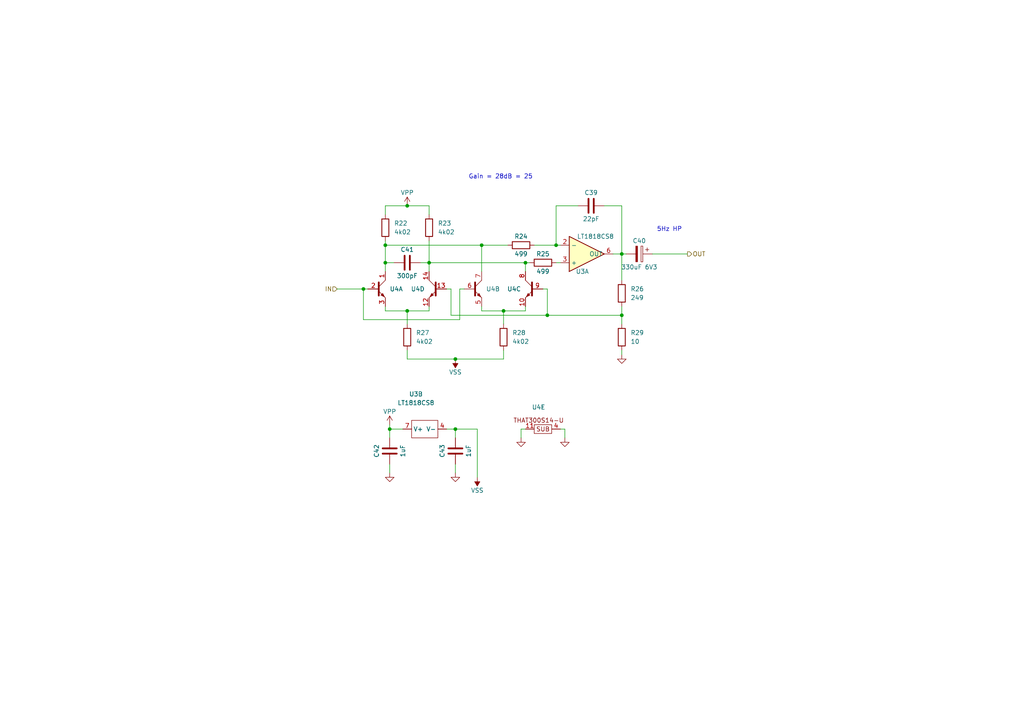
<source format=kicad_sch>
(kicad_sch (version 20230121) (generator eeschema)
  (paper "A4")
  (title_block (title "LNA_1MHz") (date "2024-02-08") (rev "V0") (comment 1 "Design based on Linear Technology AN-159") (comment 4 "Low Noise Amplifier 10Hz to 1MHz"))
  (lib_symbols
    (symbol "Device:C" (pin_numbers hide) (pin_names (offset 0.254))
      (property "Reference" "C" (at 0.635 2.54 0))
      (property "Value" "C" (at 0.635 -2.54 0))
      (symbol "C_0_1"
        (polyline (pts (xy -2.032 -0.762) (xy 2.032 -0.762)) (stroke (width 0.508)))
        (polyline (pts (xy -2.032 0.762) (xy 2.032 0.762)) (stroke (width 0.508)))
      )
      (symbol "C_1_1"
        (pin passive line (at 0 3.81 270) (length 2.794) (name "~") (number "1"))
        (pin passive line (at 0 -3.81 90) (length 2.794) (name "~") (number "2"))
      )
    )
    (symbol "Device:C_Polarized" (pin_numbers hide) (pin_names (offset 0.254))
      (property "Reference" "C" (at 0.635 2.54 0))
      (property "Value" "C_Polarized" (at 0.635 -2.54 0))
      (symbol "C_Polarized_0_1"
        (rectangle (start -2.286 0.508) (end 2.286 1.016))
        (polyline (pts (xy -1.778 2.286) (xy -0.762 2.286)))
        (polyline (pts (xy -1.27 2.794) (xy -1.27 1.778)))
        (rectangle (start 2.286 -0.508) (end -2.286 -1.016) (fill (type outline)))
      )
      (symbol "C_Polarized_1_1"
        (pin passive line (at 0 3.81 270) (length 2.794) (name "~") (number "1"))
        (pin passive line (at 0 -3.81 90) (length 2.794) (name "~") (number "2"))
      )
    )
    (symbol "Device:R" (pin_numbers hide) (pin_names (offset 0))
      (property "Reference" "R" (at 2.032 0 90))
      (property "Value" "R" (at 0 0 90))
      (symbol "R_0_1"
        (rectangle (start -1.016 -2.54) (end 1.016 2.54) (stroke (width 0.254)))
      )
      (symbol "R_1_1"
        (pin passive line (at 0 3.81 270) (length 1.27) (name "~") (number "1"))
        (pin passive line (at 0 -3.81 90) (length 1.27) (name "~") (number "2"))
      )
    )
    (symbol "User_symbol:LT1818CS8"
      (property "Reference" "U" (at 1.27 3.81 0))
      (property "Value" "LT1818CS8" (at 5.08 -3.81 0))
      (symbol "LT1818CS8_1_0"
        (pin output line (at 8.89 0 180) (length 2.54) (name "OUT") (number "6"))
      )
      (symbol "LT1818CS8_1_1"
        (polyline (pts (xy -3.81 5.08) (xy 6.35 0) (xy -3.81 -5.08) (xy -3.81 5.08)) (stroke (width 0.254)) (fill (type background)))
        (pin input line (at -6.35 -2.54 0) (length 2.54) (name "-") (number "2"))
        (pin input line (at -6.35 2.54 0) (length 2.54) (name "+") (number "3"))
      )
      (symbol "LT1818CS8_2_0"
        (pin input line (at 10.16 0 180) (length 2.54) (name "V-") (number "4"))
        (pin input line (at -2.54 0 0) (length 2.54) (name "V+") (number "7"))
      )
      (symbol "LT1818CS8_2_1"
        (rectangle (start 0 2.54) (end 7.62 -2.54))
      )
    )
    (symbol "User_symbol:THAT300S14-U" (pin_names hide) (in_bom no) (on_board no)
      (property "Reference" "U" (at 1.27 0 0))
      (symbol "THAT300S14-U_1_1"
        (polyline (pts (xy -1.905 0.635) (xy 0 2.54)))
        (polyline (pts (xy -1.905 -0.635) (xy 0 -2.54) (xy 0 -2.54)))
        (polyline (pts (xy -1.905 1.905) (xy -1.905 -1.905) (xy -1.905 -1.905)) (stroke (width 0.508)))
        (polyline (pts (xy -1.27 -1.778) (xy -0.762 -1.27) (xy -0.254 -2.286) (xy -1.27 -1.778) (xy -1.27 -1.778)) (fill (type outline)))
        (pin passive line (at 0 5.08 270) (length 2.54) (name "C") (number "1"))
        (pin passive line (at -5.08 0 0) (length 3.175) (name "B") (number "2"))
        (pin passive line (at 0 -5.08 90) (length 2.54) (name "E") (number "3"))
      )
      (symbol "THAT300S14-U_2_0"
        (pin passive line (at 0 -5.08 90) (length 2.54) (name "E") (number "5"))
        (pin passive line (at -5.08 0 0) (length 3.175) (name "B") (number "6"))
        (pin passive line (at 0 5.08 270) (length 2.54) (name "C") (number "7"))
      )
      (symbol "THAT300S14-U_2_1"
        (polyline (pts (xy -1.905 0.635) (xy 0 2.54)))
        (polyline (pts (xy -1.905 -0.635) (xy 0 -2.54) (xy 0 -2.54)))
        (polyline (pts (xy -1.905 1.905) (xy -1.905 -1.905) (xy -1.905 -1.905)) (stroke (width 0.508)))
        (polyline (pts (xy -1.27 -1.778) (xy -0.762 -1.27) (xy -0.254 -2.286) (xy -1.27 -1.778) (xy -1.27 -1.778)) (fill (type outline)))
      )
      (symbol "THAT300S14-U_3_0"
        (pin passive line (at 0 -5.08 90) (length 2.54) (name "E") (number "10"))
        (pin passive line (at 0 5.08 270) (length 2.54) (name "C") (number "8"))
        (pin passive line (at -5.08 0 0) (length 3.175) (name "B") (number "9"))
      )
      (symbol "THAT300S14-U_3_1"
        (polyline (pts (xy -1.905 0.635) (xy 0 2.54)))
        (polyline (pts (xy -1.905 -0.635) (xy 0 -2.54) (xy 0 -2.54)))
        (polyline (pts (xy -1.905 1.905) (xy -1.905 -1.905) (xy -1.905 -1.905)) (stroke (width 0.508)))
        (polyline (pts (xy -1.27 -1.778) (xy -0.762 -1.27) (xy -0.254 -2.286) (xy -1.27 -1.778) (xy -1.27 -1.778)) (fill (type outline)))
      )
      (symbol "THAT300S14-U_4_0"
        (pin passive line (at 0 -5.08 90) (length 2.54) (name "E") (number "12"))
        (pin passive line (at -5.08 0 0) (length 3.175) (name "B") (number "13"))
        (pin passive line (at 0 5.08 270) (length 2.54) (name "C") (number "14"))
      )
      (symbol "THAT300S14-U_4_1"
        (polyline (pts (xy -1.905 0.635) (xy 0 2.54)))
        (polyline (pts (xy -1.905 -0.635) (xy 0 -2.54) (xy 0 -2.54)))
        (polyline (pts (xy -1.905 1.905) (xy -1.905 -1.905) (xy -1.905 -1.905)) (stroke (width 0.508)))
        (polyline (pts (xy -1.27 -1.778) (xy -0.762 -1.27) (xy -0.254 -2.286) (xy -1.27 -1.778) (xy -1.27 -1.778)) (fill (type outline)))
      )
      (symbol "THAT300S14-U_5_0"
        (pin passive line (at 7.62 2.54 180) (length 2.54) (name "SUB") (number "11"))
        (pin passive line (at -2.54 2.54 0) (length 2.54) (name "SUB") (number "4"))
      )
      (symbol "THAT300S14-U_5_1"
        (rectangle (start 0 3.81) (end 5.08 1.27))
        (text "SUB" (at 2.54 2.54 0) (effects (font (size 1.27 1.27))))
        (text "THAT300S14-U" (at 3.81 5.08 0) (effects (font (size 1.27 1.27))))
      )
    )
    (symbol "power:GND" (power) (pin_names (offset 0))
      (property "Value" "GND" (at 0 -3.81 0))
      (symbol "GND_0_1"
        (polyline (pts (xy 0 0) (xy 0 -1.27) (xy 1.27 -1.27) (xy 0 -2.54) (xy -1.27 -1.27) (xy 0 -1.27)))
      )
      (symbol "GND_1_1"
        (pin power_in line (at 0 0 270) (length 0) hide (name "GND") (number "1"))
      )
    )
    (symbol "power:VPP" (power) (pin_names (offset 0))
      (property "Value" "VPP" (at 0 3.81 0))
      (symbol "VPP_0_1"
        (polyline (pts (xy -0.762 1.27) (xy 0 2.54)))
        (polyline (pts (xy 0 0) (xy 0 2.54)))
        (polyline (pts (xy 0 2.54) (xy 0.762 1.27)))
      )
      (symbol "VPP_1_1"
        (pin power_in line (at 0 0 90) (length 0) hide (name "VPP") (number "1"))
      )
    )
    (symbol "power:VSS" (power) (pin_names (offset 0))
      (property "Value" "VSS" (at 0 3.81 0))
      (symbol "VSS_0_1"
        (polyline (pts (xy 0 0) (xy 0 2.54)))
        (polyline (pts (xy 0.762 1.27) (xy -0.762 1.27) (xy 0 2.54) (xy 0.762 1.27)) (fill (type outline)))
      )
      (symbol "VSS_1_1"
        (pin power_in line (at 0 0 90) (length 0) hide (name "VSS") (number "1"))
      )
    )
  )
  (junction (at 118.11 59.69))
  (junction (at 105.41 83.82))
  (junction (at 111.76 71.12))
  (junction (at 111.76 76.2))
  (junction (at 113.03 124.46))
  (junction (at 146.05 90.17))
  (junction (at 124.46 76.2))
  (junction (at 132.08 124.46))
  (junction (at 161.29 71.12))
  (junction (at 180.34 91.44))
  (junction (at 180.34 73.66))
  (junction (at 152.4 76.2))
  (junction (at 158.75 91.44))
  (junction (at 132.08 104.14))
  (junction (at 118.11 90.17))
  (junction (at 139.7 71.12))
  (wire (pts (xy 111.76 90.17) (xy 118.11 90.17)))
  (wire (pts (xy 161.29 76.2) (xy 162.56 76.2)))
  (wire (pts (xy 118.11 101.6) (xy 118.11 104.14)))
  (wire (pts (xy 116.84 124.46) (xy 113.03 124.46)))
  (wire (pts (xy 130.81 83.82) (xy 130.81 91.44)))
  (wire (pts (xy 139.7 90.17) (xy 146.05 90.17)))
  (wire (pts (xy 163.83 127) (xy 163.83 124.46)))
  (wire (pts (xy 180.34 91.44) (xy 180.34 93.98)))
  (wire (pts (xy 111.76 71.12) (xy 139.7 71.12)))
  (wire (pts (xy 118.11 90.17) (xy 118.11 93.98)))
  (wire (pts (xy 118.11 104.14) (xy 132.08 104.14)))
  (wire (pts (xy 180.34 73.66) (xy 181.61 73.66)))
  (wire (pts (xy 161.29 71.12) (xy 162.56 71.12)))
  (wire (pts (xy 132.08 124.46) (xy 138.43 124.46)))
  (wire (pts (xy 129.54 124.46) (xy 132.08 124.46)))
  (wire (pts (xy 152.4 88.9) (xy 152.4 90.17)))
  (wire (pts (xy 134.62 83.82) (xy 133.35 83.82)))
  (wire (pts (xy 130.81 91.44) (xy 158.75 91.44)))
  (wire (pts (xy 113.03 124.46) (xy 113.03 123.19)))
  (wire (pts (xy 146.05 90.17) (xy 152.4 90.17)))
  (wire (pts (xy 113.03 124.46) (xy 113.03 127)))
  (wire (pts (xy 111.76 59.69) (xy 118.11 59.69)))
  (wire (pts (xy 189.23 73.66) (xy 199.39 73.66)))
  (wire (pts (xy 111.76 76.2) (xy 111.76 78.74)))
  (wire (pts (xy 167.64 59.69) (xy 161.29 59.69)))
  (wire (pts (xy 124.46 76.2) (xy 152.4 76.2)))
  (wire (pts (xy 133.35 83.82) (xy 133.35 92.71)))
  (wire (pts (xy 180.34 73.66) (xy 180.34 81.28)))
  (wire (pts (xy 124.46 76.2) (xy 124.46 78.74)))
  (wire (pts (xy 132.08 134.62) (xy 132.08 137.16)))
  (wire (pts (xy 124.46 59.69) (xy 124.46 62.23)))
  (wire (pts (xy 111.76 76.2) (xy 114.3 76.2)))
  (wire (pts (xy 105.41 92.71) (xy 105.41 83.82)))
  (wire (pts (xy 113.03 134.62) (xy 113.03 137.16)))
  (wire (pts (xy 97.79 83.82) (xy 105.41 83.82)))
  (wire (pts (xy 139.7 71.12) (xy 147.32 71.12)))
  (wire (pts (xy 139.7 88.9) (xy 139.7 90.17)))
  (wire (pts (xy 111.76 71.12) (xy 111.76 69.85)))
  (wire (pts (xy 180.34 59.69) (xy 180.34 73.66)))
  (wire (pts (xy 180.34 101.6) (xy 180.34 102.87)))
  (wire (pts (xy 146.05 104.14) (xy 146.05 101.6)))
  (wire (pts (xy 161.29 59.69) (xy 161.29 71.12)))
  (wire (pts (xy 132.08 124.46) (xy 132.08 127)))
  (wire (pts (xy 146.05 90.17) (xy 146.05 93.98)))
  (wire (pts (xy 129.54 83.82) (xy 130.81 83.82)))
  (wire (pts (xy 158.75 91.44) (xy 180.34 91.44)))
  (wire (pts (xy 151.13 124.46) (xy 151.13 127)))
  (wire (pts (xy 158.75 83.82) (xy 158.75 91.44)))
  (wire (pts (xy 139.7 71.12) (xy 139.7 78.74)))
  (wire (pts (xy 133.35 92.71) (xy 105.41 92.71)))
  (wire (pts (xy 154.94 71.12) (xy 161.29 71.12)))
  (wire (pts (xy 111.76 71.12) (xy 111.76 76.2)))
  (wire (pts (xy 111.76 62.23) (xy 111.76 59.69)))
  (wire (pts (xy 180.34 88.9) (xy 180.34 91.44)))
  (wire (pts (xy 111.76 88.9) (xy 111.76 90.17)))
  (wire (pts (xy 163.83 124.46) (xy 162.56 124.46)))
  (wire (pts (xy 138.43 124.46) (xy 138.43 138.43)))
  (wire (pts (xy 118.11 59.69) (xy 124.46 59.69)))
  (wire (pts (xy 152.4 76.2) (xy 152.4 78.74)))
  (wire (pts (xy 132.08 104.14) (xy 146.05 104.14)))
  (wire (pts (xy 177.8 73.66) (xy 180.34 73.66)))
  (wire (pts (xy 152.4 124.46) (xy 151.13 124.46)))
  (wire (pts (xy 121.92 76.2) (xy 124.46 76.2)))
  (wire (pts (xy 152.4 76.2) (xy 153.67 76.2)))
  (wire (pts (xy 175.26 59.69) (xy 180.34 59.69)))
  (wire (pts (xy 105.41 83.82) (xy 106.68 83.82)))
  (wire (pts (xy 124.46 90.17) (xy 124.46 88.9)))
  (wire (pts (xy 124.46 69.85) (xy 124.46 76.2)))
  (wire (pts (xy 118.11 90.17) (xy 124.46 90.17)))
  (wire (pts (xy 157.48 83.82) (xy 158.75 83.82)))
  (text "5Hz HP" (at 190.5 67.31 0) (effects (font (size 1.27 1.27)) (justify left bottom)))
  (text "Gain = 28dB = 25" (at 135.89 52.07 0) (effects (font (size 1.27 1.27)) (justify left bottom)))
  (hierarchical_label "IN" (shape input) (at 97.79 83.82 180))
  (hierarchical_label "OUT" (shape output) (at 199.39 73.66 0))
  (symbol (lib_id "Device:C") (at 118.11 76.2 90) (unit 1)
    (property "Reference" "C41" (at 118.11 72.39 90))
    (property "Value" "300pF" (at 118.11 80.01 90))
    (property "Footprint" "Capacitor_SMD:C_0805_2012Metric_Pad1.18x1.45mm_HandSolder" (effects hide))
    (property "Part" "AVX, 08053C301JAT2A" (effects hide))
    (instances (project "LNA_1MHz" (path "" (reference "C41") (unit 1)) (path "" (reference "C46") (unit 1)) (path "" (reference "C51") (unit 1)) (path "" (reference "C56") (unit 1))))
  )
  (symbol (lib_id "Device:R") (at 180.34 97.79 0) (unit 1)
    (property "Reference" "R29" (at 182.88 96.52 0) (effects (justify left)))
    (property "Value" "10" (at 182.88 99.06 0) (effects (justify left)))
    (property "Footprint" "Resistor_SMD:R_1206_3216Metric_Pad1.30x1.75mm_HandSolder" (effects hide))
    (property "Part" "VISHAY, CRCW120610R0FKEAC" (effects hide))
    (instances (project "LNA_1MHz" (path "" (reference "R29") (unit 1)) (path "" (reference "R37") (unit 1)) (path "" (reference "R45") (unit 1)) (path "" (reference "R53") (unit 1))))
  )
  (symbol (lib_id "power:VSS") (at 132.08 104.14 180) (unit 1)
    (property "Reference" "#PWR025" (effects hide))
    (property "Value" "VSS" (at 132.08 107.95 0))
    (instances (project "LNA_1MHz" (path "" (reference "#PWR025") (unit 1)) (path "" (reference "#PWR035") (unit 1)) (path "" (reference "#PWR045") (unit 1)) (path "" (reference "#PWR055") (unit 1))))
  )
  (symbol (lib_id "power:GND") (at 163.83 127 0) (unit 1)
    (property "Reference" "#PWR028" (effects hide))
    (property "Value" "GND" (effects hide))
    (instances (project "LNA_1MHz" (path "" (reference "#PWR028") (unit 1)) (path "" (reference "#PWR038") (unit 1)) (path "" (reference "#PWR048") (unit 1)) (path "" (reference "#PWR058") (unit 1))))
  )
  (symbol (lib_id "User_symbol:THAT300S14-U") (at 152.4 83.82 0) (mirror y) (unit 3) (in_bom no)
    (property "Reference" "U4" (at 151.13 83.82 0) (effects (justify left)))
    (property "Value" "THAT300S14-U" (effects hide))
    (property "Footprint" "Package_SO:SOIC-14_3.9x8.7mm_P1.27mm" (effects hide))
    (property "Part" "THAT Corporation, THAT300S14-U" (effects hide))
    (instances (project "LNA_1MHz" (path "" (reference "U4") (unit 3)) (path "" (reference "U6") (unit 3)) (path "" (reference "U8") (unit 3)) (path "" (reference "U10") (unit 3))))
  )
  (symbol (lib_id "User_symbol:LT1818CS8") (at 168.91 73.66 0) (mirror x) (unit 1)
    (property "Reference" "U3" (at 168.91 78.74 0))
    (property "Value" "LT1818CS8" (at 172.72 68.58 0))
    (property "Footprint" "Package_SO:SO-8_3.9x4.9mm_P1.27mm" (effects hide))
    (property "Datasheet" "https://www.analog.com/media/en/technical-documentation/data-sheets/18189fb.pdf" (effects hide))
    (property "Part" "Linear Tech., LT1818CS8#PBF" (effects hide))
    (instances (project "LNA_1MHz" (path "" (reference "U3") (unit 1)) (path "" (reference "U5") (unit 1)) (path "" (reference "U7") (unit 1)) (path "" (reference "U9") (unit 1))))
  )
  (symbol (lib_id "Device:R") (at 157.48 76.2 90) (unit 1)
    (property "Reference" "R25" (at 157.48 73.66 90))
    (property "Value" "499" (at 157.48 78.74 90))
    (property "Footprint" "Resistor_SMD:R_0805_2012Metric_Pad1.20x1.40mm_HandSolder" (effects hide))
    (property "Part" "VISHAY, CRCW0805499RFKEA" (effects hide))
    (instances (project "LNA_1MHz" (path "" (reference "R25") (unit 1)) (path "" (reference "R33") (unit 1)) (path "" (reference "R41") (unit 1)) (path "" (reference "R49") (unit 1))))
  )
  (symbol (lib_id "Device:R") (at 111.76 66.04 0) (unit 1)
    (property "Reference" "R22" (at 114.3 64.77 0) (effects (justify left)))
    (property "Value" "4k02" (at 114.3 67.31 0) (effects (justify left)))
    (property "Footprint" "Resistor_SMD:R_1206_3216Metric_Pad1.30x1.75mm_HandSolder" (effects hide))
    (property "Part" "VISHAY, CRCW12064K02FKEA" (effects hide))
    (instances (project "LNA_1MHz" (path "" (reference "R22") (unit 1)) (path "" (reference "R30") (unit 1)) (path "" (reference "R38") (unit 1)) (path "" (reference "R46") (unit 1))))
  )
  (symbol (lib_id "User_symbol:THAT300S14-U") (at 124.46 83.82 0) (mirror y) (unit 4) (in_bom no)
    (property "Reference" "U4" (at 123.19 83.82 0) (effects (justify left)))
    (property "Value" "THAT300S14-U" (effects hide))
    (property "Footprint" "Package_SO:SOIC-14_3.9x8.7mm_P1.27mm" (effects hide))
    (property "Part" "THAT Corporation, THAT300S14-U" (effects hide))
    (instances (project "LNA_1MHz" (path "" (reference "U4") (unit 4)) (path "" (reference "U6") (unit 4)) (path "" (reference "U8") (unit 4)) (path "" (reference "U10") (unit 4))))
  )
  (symbol (lib_id "power:VSS") (at 138.43 138.43 180) (unit 1)
    (property "Reference" "#PWR032" (effects hide))
    (property "Value" "VSS" (at 138.43 142.24 0))
    (instances (project "LNA_1MHz" (path "" (reference "#PWR032") (unit 1)) (path "" (reference "#PWR042") (unit 1)) (path "" (reference "#PWR052") (unit 1)) (path "" (reference "#PWR062") (unit 1))))
  )
  (symbol (lib_id "User_symbol:LT1818CS8") (at 119.38 124.46 0) (unit 2)
    (property "Reference" "U3" (at 120.65 114.3 0))
    (property "Value" "LT1818CS8" (at 120.65 116.84 0))
    (property "Footprint" "Package_SO:SO-8_3.9x4.9mm_P1.27mm" (effects hide))
    (property "Datasheet" "https://www.analog.com/media/en/technical-documentation/data-sheets/18189fb.pdf" (effects hide))
    (property "Part" "Linear Tech., LT1818CS8#PBF" (effects hide))
    (instances (project "LNA_1MHz" (path "" (reference "U3") (unit 2)) (path "" (reference "U5") (unit 2)) (path "" (reference "U7") (unit 2)) (path "" (reference "U9") (unit 2))))
  )
  (symbol (lib_id "Device:C") (at 113.03 130.81 180) (unit 1)
    (property "Reference" "C42" (at 109.22 130.81 90))
    (property "Value" "1uF" (at 116.84 130.81 90))
    (property "Footprint" "Capacitor_THT:C_Rect_L7.2mm_W5.5mm_P5.00mm_FKS2_FKP2_MKS2_MKP2" (effects hide))
    (property "Part" "WIMA, MKS2C041001F00K" (effects hide))
    (instances (project "LNA_1MHz" (path "" (reference "C42") (unit 1)) (path "" (reference "C47") (unit 1)) (path "" (reference "C52") (unit 1)) (path "" (reference "C57") (unit 1))))
  )
  (symbol (lib_id "Device:C") (at 171.45 59.69 90) (unit 1)
    (property "Reference" "C39" (at 171.45 55.88 90))
    (property "Value" "22pF" (at 171.45 63.5 90))
    (property "Footprint" "Capacitor_SMD:C_1206_3216Metric_Pad1.33x1.80mm_HandSolder" (effects hide))
    (property "Part" "AVX, 12065A220JAT2A" (effects hide))
    (instances (project "LNA_1MHz" (path "" (reference "C39") (unit 1)) (path "" (reference "C44") (unit 1)) (path "" (reference "C49") (unit 1)) (path "" (reference "C54") (unit 1))))
  )
  (symbol (lib_id "User_symbol:THAT300S14-U") (at 111.76 83.82 0) (unit 1) (in_bom no)
    (property "Reference" "U4" (at 113.03 83.82 0) (effects (justify left)))
    (property "Value" "THAT300S14-U" (effects hide))
    (property "Footprint" "Package_SO:SOIC-14_3.9x8.7mm_P1.27mm" (effects hide))
    (property "Part" "THAT Corporation, THAT300S14-U" (effects hide))
    (instances (project "LNA_1MHz" (path "" (reference "U4") (unit 1)) (path "" (reference "U6") (unit 1)) (path "" (reference "U8") (unit 1)) (path "" (reference "U10") (unit 1))))
  )
  (symbol (lib_id "Device:R") (at 151.13 71.12 90) (unit 1)
    (property "Reference" "R24" (at 151.13 68.58 90))
    (property "Value" "499" (at 151.13 73.66 90))
    (property "Footprint" "Resistor_SMD:R_0805_2012Metric_Pad1.20x1.40mm_HandSolder" (effects hide))
    (property "Part" "VISHAY, CRCW0805499RFKEA" (effects hide))
    (instances (project "LNA_1MHz" (path "" (reference "R24") (unit 1)) (path "" (reference "R32") (unit 1)) (path "" (reference "R40") (unit 1)) (path "" (reference "R48") (unit 1))))
  )
  (symbol (lib_id "power:VPP") (at 113.03 123.19 0) (unit 1)
    (property "Reference" "#PWR026" (effects hide))
    (property "Value" "VPP" (at 113.03 119.38 0))
    (instances (project "LNA_1MHz" (path "" (reference "#PWR026") (unit 1)) (path "" (reference "#PWR036") (unit 1)) (path "" (reference "#PWR046") (unit 1)) (path "" (reference "#PWR056") (unit 1))))
  )
  (symbol (lib_id "Device:R") (at 124.46 66.04 0) (unit 1)
    (property "Reference" "R23" (at 127 64.77 0) (effects (justify left)))
    (property "Value" "4k02" (at 127 67.31 0) (effects (justify left)))
    (property "Footprint" "Resistor_SMD:R_1206_3216Metric_Pad1.30x1.75mm_HandSolder" (effects hide))
    (property "Part" "VISHAY, CRCW12064K02FKEA" (effects hide))
    (instances (project "LNA_1MHz" (path "" (reference "R23") (unit 1)) (path "" (reference "R31") (unit 1)) (path "" (reference "R39") (unit 1)) (path "" (reference "R47") (unit 1))))
  )
  (symbol (lib_id "User_symbol:THAT300S14-U") (at 160.02 127 0) (mirror y) (unit 5) (in_bom no)
    (property "Reference" "U4" (at 156.21 118.11 0))
    (property "Value" "THAT300S14-U" (effects hide))
    (property "Footprint" "Package_SO:SOIC-14_3.9x8.7mm_P1.27mm" (effects hide))
    (property "Part" "THAT Corporation, THAT300S14-U" (effects hide))
    (instances (project "LNA_1MHz" (path "" (reference "U4") (unit 5)) (path "" (reference "U6") (unit 5)) (path "" (reference "U8") (unit 5)) (path "" (reference "U10") (unit 5))))
  )
  (symbol (lib_id "Device:C_Polarized") (at 185.42 73.66 270) (unit 1)
    (property "Reference" "C40" (at 185.42 69.85 90))
    (property "Value" "330uF 6V3" (at 185.42 77.47 90))
    (property "Footprint" "Capacitor_Tantalum_SMD:CP_EIA-7343-30_AVX-N_Pad2.25x2.55mm_HandSolder" (effects hide))
    (property "Part" "AVX, TPSD337M006R0100" (effects hide))
    (instances (project "LNA_1MHz" (path "" (reference "C40") (unit 1)) (path "" (reference "C45") (unit 1)) (path "" (reference "C50") (unit 1)) (path "" (reference "C55") (unit 1))))
  )
  (symbol (lib_id "Device:R") (at 146.05 97.79 0) (unit 1)
    (property "Reference" "R28" (at 148.59 96.52 0) (effects (justify left)))
    (property "Value" "4k02" (at 148.59 99.06 0) (effects (justify left)))
    (property "Footprint" "Resistor_SMD:R_1206_3216Metric_Pad1.30x1.75mm_HandSolder" (effects hide))
    (property "Part" "VISHAY, CRCW12064K02FKEA" (effects hide))
    (instances (project "LNA_1MHz" (path "" (reference "R28") (unit 1)) (path "" (reference "R36") (unit 1)) (path "" (reference "R44") (unit 1)) (path "" (reference "R52") (unit 1))))
  )
  (symbol (lib_id "User_symbol:THAT300S14-U") (at 139.7 83.82 0) (unit 2) (in_bom no)
    (property "Reference" "U4" (at 140.97 83.82 0) (effects (justify left)))
    (property "Value" "THAT300S14-U" (effects hide))
    (property "Footprint" "Package_SO:SOIC-14_3.9x8.7mm_P1.27mm" (effects hide))
    (property "Part" "THAT Corporation, THAT300S14-U" (effects hide))
    (instances (project "LNA_1MHz" (path "" (reference "U4") (unit 2)) (path "" (reference "U6") (unit 2)) (path "" (reference "U8") (unit 2)) (path "" (reference "U10") (unit 2))))
  )
  (symbol (lib_id "Device:R") (at 180.34 85.09 0) (unit 1)
    (property "Reference" "R26" (at 182.88 83.82 0) (effects (justify left)))
    (property "Value" "249" (at 182.88 86.36 0) (effects (justify left)))
    (property "Footprint" "Resistor_SMD:R_1206_3216Metric_Pad1.30x1.75mm_HandSolder" (effects hide))
    (property "Part" "YAGEO, RC1206FR-07249RL" (effects hide))
    (instances (project "LNA_1MHz" (path "" (reference "R26") (unit 1)) (path "" (reference "R34") (unit 1)) (path "" (reference "R42") (unit 1)) (path "" (reference "R50") (unit 1))))
  )
  (symbol (lib_id "power:GND") (at 180.34 102.87 0) (unit 1)
    (property "Reference" "#PWR024" (effects hide))
    (property "Value" "GND" (effects hide))
    (instances (project "LNA_1MHz" (path "" (reference "#PWR024") (unit 1)) (path "" (reference "#PWR034") (unit 1)) (path "" (reference "#PWR044") (unit 1)) (path "" (reference "#PWR054") (unit 1))))
  )
  (symbol (lib_id "Device:C") (at 132.08 130.81 180) (unit 1)
    (property "Reference" "C43" (at 128.27 130.81 90))
    (property "Value" "1uF" (at 135.89 130.81 90))
    (property "Footprint" "Capacitor_THT:C_Rect_L7.2mm_W5.5mm_P5.00mm_FKS2_FKP2_MKS2_MKP2" (effects hide))
    (property "Part" "WIMA, MKS2C041001F00K" (effects hide))
    (instances (project "LNA_1MHz" (path "" (reference "C43") (unit 1)) (path "" (reference "C48") (unit 1)) (path "" (reference "C53") (unit 1)) (path "" (reference "C58") (unit 1))))
  )
  (symbol (lib_id "power:GND") (at 113.03 137.16 0) (unit 1)
    (property "Reference" "#PWR030" (effects hide))
    (property "Value" "GND" (effects hide))
    (instances (project "LNA_1MHz" (path "" (reference "#PWR030") (unit 1)) (path "" (reference "#PWR040") (unit 1)) (path "" (reference "#PWR050") (unit 1)) (path "" (reference "#PWR060") (unit 1))))
  )
  (symbol (lib_id "power:GND") (at 132.08 137.16 0) (unit 1)
    (property "Reference" "#PWR031" (effects hide))
    (property "Value" "GND" (effects hide))
    (instances (project "LNA_1MHz" (path "" (reference "#PWR031") (unit 1)) (path "" (reference "#PWR041") (unit 1)) (path "" (reference "#PWR051") (unit 1)) (path "" (reference "#PWR061") (unit 1))))
  )
  (symbol (lib_id "power:GND") (at 151.13 127 0) (unit 1)
    (property "Reference" "#PWR027" (effects hide))
    (property "Value" "GND" (effects hide))
    (instances (project "LNA_1MHz" (path "" (reference "#PWR027") (unit 1)) (path "" (reference "#PWR037") (unit 1)) (path "" (reference "#PWR047") (unit 1)) (path "" (reference "#PWR057") (unit 1))))
  )
  (symbol (lib_id "Device:R") (at 118.11 97.79 0) (unit 1)
    (property "Reference" "R27" (at 120.65 96.52 0) (effects (justify left)))
    (property "Value" "4k02" (at 120.65 99.06 0) (effects (justify left)))
    (property "Footprint" "Resistor_SMD:R_1206_3216Metric_Pad1.30x1.75mm_HandSolder" (effects hide))
    (property "Part" "VISHAY, CRCW12064K02FKEA" (effects hide))
    (instances (project "LNA_1MHz" (path "" (reference "R27") (unit 1)) (path "" (reference "R35") (unit 1)) (path "" (reference "R43") (unit 1)) (path "" (reference "R51") (unit 1))))
  )
  (symbol (lib_id "power:VPP") (at 118.11 59.69 0) (unit 1)
    (property "Reference" "#PWR023" (effects hide))
    (property "Value" "VPP" (at 118.11 55.88 0))
    (instances (project "LNA_1MHz" (path "" (reference "#PWR023") (unit 1)) (path "" (reference "#PWR033") (unit 1)) (path "" (reference "#PWR043") (unit 1)) (path "" (reference "#PWR053") (unit 1))))
  )
)
</source>
